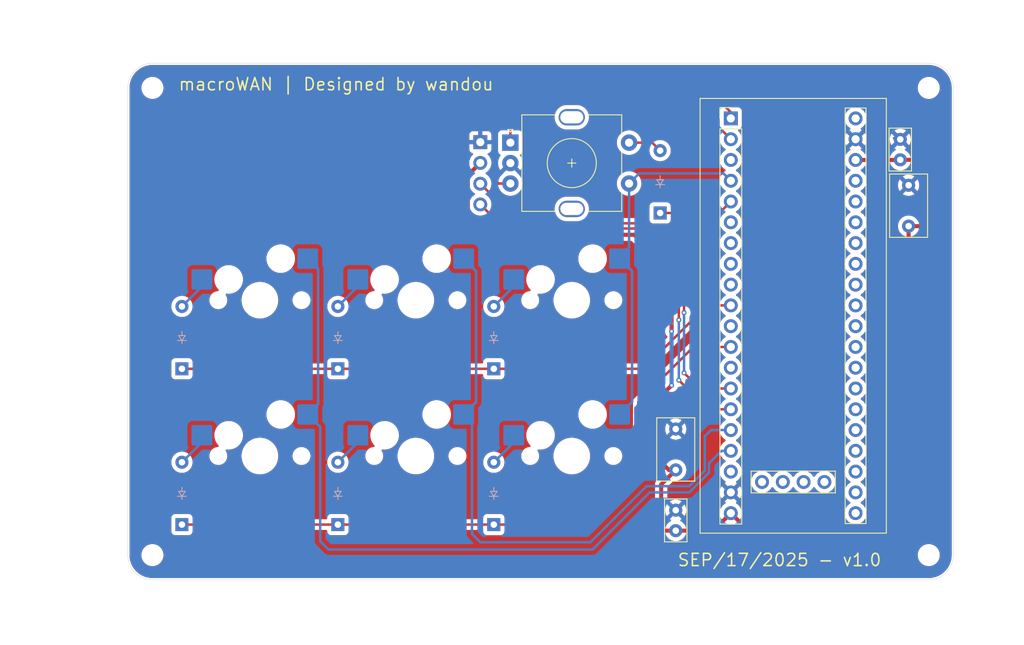
<source format=kicad_pcb>
(kicad_pcb (version 20241229) (generator "pcbnew") (generator_version "9.0")
  (title_block (title "microWAN") (date "2025-08-18") (rev "v1") (comment 1 "microWAN © 2025 by Brendan Leung is licensed under CC BY-NC-SA 4.0") (comment 2 "Author: Brendan Leung"))
  (layers (0 "F.Cu" signal) (2 "B.Cu" signal) (13 "F.Paste" user) (15 "B.Paste" user) (5 "F.SilkS" user "F.Silkscreen") (7 "B.SilkS" user "B.Silkscreen") (1 "F.Mask" user) (3 "B.Mask" user) (25 "Edge.Cuts" user))
  (net 0 "")
  (net 1 "+3.3V")
  (net 2 "GND")
  (net 3 "Net-(D1-A)")
  (net 4 "Row 0")
  (net 5 "Net-(D2-A)")
  (net 6 "Net-(D3-A)")
  (net 7 "Net-(D4-A)")
  (net 8 "Row 1")
  (net 9 "Net-(D5-A)")
  (net 10 "Net-(D6-A)")
  (net 11 "Net-(D7-A)")
  (net 12 "SCL-SCK")
  (net 13 "SDA")
  (net 14 "Col 0")
  (net 15 "Col 1")
  (net 16 "Col 2")
  (net 17 "ENC_B")
  (net 18 "ENC_A")
  (net 40 "Row 2")
  (footprint "MountingHole:MountingHole_2.2mm_M2_ISO7380" (layer "F.Cu") (at 220.266 135.557)
    (property "Reference" "H4" (hide yes))
    (property "Value" "MountingHole_Pad")
    (pad "" np_thru_hole circle (at 0 0) (size 2.2 2.2) (drill 2.2) (layers "*.Cu" "*.Mask"))
  )
  (footprint "Capacitor_THT:C_Disc_D7.5mm_W4.4mm_P5.00mm" (layer "F.Cu") (at 189.357 120.142 -90)
    (property "Reference" "C3" (hide yes))
    (property "Value" "2.2uF")
    (fp_line (start -1.37 2.32) (end 6.37 2.32) (stroke (width 0.12)) (layer "F.SilkS"))
    (fp_line (start -1.37 -2.32) (end -1.37 2.32) (stroke (width 0.12)) (layer "F.SilkS"))
    (fp_line (start -1.37 -2.32) (end 6.37 -2.32) (stroke (width 0.12)) (layer "F.SilkS"))
    (fp_line (start 6.37 -2.32) (end 6.37 2.32) (stroke (width 0.12)) (layer "F.SilkS"))
    (pad "1" thru_hole circle (at 0 0 270) (size 1.6 1.6) (drill 0.8) (layers "*.Cu" "*.Mask") (net 2 "GND"))
    (pad "2" thru_hole circle (at 5 0 270) (size 1.6 1.6) (drill 0.8) (layers "*.Cu" "*.Mask") (net 1 "+3.3V"))
  )
  (footprint "MountingHole:MountingHole_2.2mm_M2_ISO7380" (layer "F.Cu") (at 220.266 78.438)
    (property "Reference" "H2" (hide yes))
    (property "Value" "MountingHole_Pad")
    (pad "" np_thru_hole circle (at 0 0) (size 2.2 2.2) (drill 2.2) (layers "*.Cu" "*.Mask"))
  )
  (footprint "Footprints:YAAJ_WeAct_BlackPill_SWD_2" (layer "F.Cu") (at 196.088 82.169)
    (property "Reference" "U1" (hide yes))
    (property "Value" "YAAJ_WeAct_BlackPill_Part_Like_SWD_Breakout" (hide yes))
    (fp_line (start -3.755 -2.445) (end 18.995 -2.445) (stroke (width 0.12)) (layer "F.SilkS"))
    (fp_line (start -3.755 50.705) (end -3.755 -2.445) (stroke (width 0.12)) (layer "F.SilkS"))
    (fp_line (start -1.33 -1.33) (end 0 -1.33) (stroke (width 0.12)) (layer "F.SilkS"))
    (fp_line (start -1.33 0) (end -1.33 -1.33) (stroke (width 0.12)) (layer "F.SilkS"))
    (fp_line (start -1.33 1.27) (end 1.33 1.27) (stroke (width 0.12)) (layer "F.SilkS"))
    (fp_line (start -1.33 49.59) (end -1.33 1.27) (stroke (width 0.12)) (layer "F.SilkS"))
    (fp_line (start 1.33 1.27) (end 1.33 49.59) (stroke (width 0.12)) (layer "F.SilkS"))
    (fp_line (start 1.33 49.59) (end -1.33 49.59) (stroke (width 0.12)) (layer "F.SilkS"))
    (fp_line (start 2.482 43.119) (end 2.482 45.779) (stroke (width 0.12)) (layer "F.SilkS"))
    (fp_line (start 2.482 45.779) (end 12.762 45.779) (stroke (width 0.12)) (layer "F.SilkS"))
    (fp_line (start 12.762 43.119) (end 2.482 43.119) (stroke (width 0.12)) (layer "F.SilkS"))
    (fp_line (start 12.762 45.779) (end 12.762 43.119) (stroke (width 0.12)) (layer "F.SilkS"))
    (fp_line (start 13.97 -1.27) (end 16.51 -1.27) (stroke (width 0.12)) (layer "F.SilkS"))
    (fp_line (start 13.97 49.53) (end 13.97 -1.27) (stroke (width 0.12)) (layer "F.SilkS"))
    (fp_line (start 16.51 -1.27) (end 16.51 49.53) (stroke (width 0.12)) (layer "F.SilkS"))
    (fp_line (start 16.51 49.53) (end 13.97 49.53) (stroke (width 0.12)) (layer "F.SilkS"))
    (fp_line (start 18.995 -2.445) (end 18.995 50.705) (stroke (width 0.12)) (layer "F.SilkS"))
    (fp_line (start 18.995 50.705) (end -3.755 50.705) (stroke (width 0.12)) (layer "F.SilkS"))
    (pad "1" thru_hole rect (at 0 0) (size 1.7 1.7) (drill 1) (layers "*.Cu" "*.Mask") (net 17 "ENC_B"))
    (pad "2" thru_hole circle (at 0 2.54) (size 1.7 1.7) (drill 1) (layers "*.Cu" "*.Mask") (net 18 "ENC_A"))
    (pad "3" thru_hole circle (at 0 5.08) (size 1.7 1.7) (drill 1) (layers "*.Cu" "*.Mask"))
    (pad "4" thru_hole circle (at 0 7.62) (size 1.7 1.7) (drill 1) (layers "*.Cu" "*.Mask") (net 16 "Col 2"))
    (pad "5" thru_hole circle (at 0 10.16) (size 1.7 1.7) (drill 1) (layers "*.Cu" "*.Mask") (net 4 "Row 0"))
    (pad "6" thru_hole circle (at 0 12.7) (size 1.7 1.7) (drill 1) (layers "*.Cu" "*.Mask"))
    (pad "7" thru_hole circle (at 0 15.24) (size 1.7 1.7) (drill 1) (layers "*.Cu" "*.Mask"))
    (pad "8" thru_hole circle (at 0 17.78) (size 1.7 1.7) (drill 1) (layers "*.Cu" "*.Mask"))
    (pad "9" thru_hole circle (at 0 20.32) (size 1.7 1.7) (drill 1) (layers "*.Cu" "*.Mask"))
    (pad "10" thru_hole circle (at 0 22.86) (size 1.7 1.7) (drill 1) (layers "*.Cu" "*.Mask") (net 8 "Row 1"))
    (pad "11" thru_hole circle (at 0 25.4) (size 1.7 1.7) (drill 1) (layers "*.Cu" "*.Mask"))
    (pad "12" thru_hole circle (at 0 27.94) (size 1.7 1.7) (drill 1) (layers "*.Cu" "*.Mask") (net 40 "Row 2"))
    (pad "13" thru_hole circle (at 0 30.48) (size 1.7 1.7) (drill 1) (layers "*.Cu" "*.Mask"))
    (pad "14" thru_hole circle (at 0 33.02) (size 1.7 1.7) (drill 1) (layers "*.Cu" "*.Mask") (net 12 "SCL-SCK"))
    (pad "15" thru_hole circle (at 0 35.56) (size 1.7 1.7) (drill 1) (layers "*.Cu" "*.Mask") (net 13 "SDA"))
    (pad "16" thru_hole circle (at 0 38.1) (size 1.7 1.7) (drill 1) (layers "*.Cu" "*.Mask") (net 15 "Col 1"))
    (pad "17" thru_hole circle (at 0 40.64) (size 1.7 1.7) (drill 1) (layers "*.Cu" "*.Mask") (net 14 "Col 0"))
    (pad "18" thru_hole circle (at 0 43.18) (size 1.7 1.7) (drill 1) (layers "*.Cu" "*.Mask"))
    (pad "19" thru_hole circle (at 0 45.72) (size 1.7 1.7) (drill 1) (layers "*.Cu" "*.Mask") (net 2 "GND"))
    (pad "20" thru_hole circle (at 0 48.26) (size 1.7 1.7) (drill 1) (layers "*.Cu" "*.Mask") (net 1 "+3.3V"))
    (pad "21" thru_hole circle (at 15.24 48.26) (size 1.7 1.7) (drill 1) (layers "*.Cu" "*.Mask"))
    (pad "22" thru_hole circle (at 15.24 45.72) (size 1.7 1.7) (drill 1) (layers "*.Cu" "*.Mask"))
    (pad "23" thru_hole circle (at 15.24 43.18) (size 1.7 1.7) (drill 1) (layers "*.Cu" "*.Mask"))
    (pad "24" thru_hole circle (at 15.24 40.64) (size 1.7 1.7) (drill 1) (layers "*.Cu" "*.Mask"))
    (pad "25" thru_hole circle (at 15.24 38.1) (size 1.7 1.7) (drill 1) (layers "*.Cu" "*.Mask"))
    (pad "26" thru_hole circle (at 15.24 35.56) (size 1.7 1.7) (drill 1) (layers "*.Cu" "*.Mask"))
    (pad "27" thru_hole circle (at 15.24 33.02) (size 1.7 1.7) (drill 1) (layers "*.Cu" "*.Mask"))
    (pad "28" thru_hole circle (at 15.24 30.48) (size 1.7 1.7) (drill 1) (layers "*.Cu" "*.Mask"))
    (pad "29" thru_hole circle (at 15.24 27.94) (size 1.7 1.7) (drill 1) (layers "*.Cu" "*.Mask"))
    (pad "30" thru_hole circle (at 15.24 25.4) (size 1.7 1.7) (drill 1) (layers "*.Cu" "*.Mask"))
    (pad "31" thru_hole circle (at 15.24 22.86) (size 1.7 1.7) (drill 1) (layers "*.Cu" "*.Mask"))
    (pad "32" thru_hole circle (at 15.24 20.32) (size 1.7 1.7) (drill 1) (layers "*.Cu" "*.Mask"))
    (pad "33" thru_hole circle (at 15.24 17.78) (size 1.7 1.7) (drill 1) (layers "*.Cu" "*.Mask"))
    (pad "34" thru_hole circle (at 15.24 15.24) (size 1.7 1.7) (drill 1) (layers "*.Cu" "*.Mask"))
    (pad "35" thru_hole circle (at 15.24 12.7) (size 1.7 1.7) (drill 1) (layers "*.Cu" "*.Mask"))
    (pad "36" thru_hole circle (at 15.24 10.16) (size 1.7 1.7) (drill 1) (layers "*.Cu" "*.Mask"))
    (pad "37" thru_hole circle (at 15.24 7.62) (size 1.7 1.7) (drill 1) (layers "*.Cu" "*.Mask"))
    (pad "38" thru_hole circle (at 15.24 5.08) (size 1.7 1.7) (drill 1) (layers "*.Cu" "*.Mask") (net 1 "+3.3V"))
    (pad "39" thru_hole circle (at 15.24 2.54) (size 1.7 1.7) (drill 1) (layers "*.Cu" "*.Mask") (net 2 "GND"))
    (pad "40" thru_hole circle (at 15.24 0) (size 1.7 1.7) (drill 1) (layers "*.Cu" "*.Mask"))
    (pad "41" thru_hole circle (at 11.432 44.449) (size 1.7 1.7) (drill 1) (layers "*.Cu" "*.Mask"))
    (pad "42" thru_hole circle (at 8.892 44.449) (size 1.7 1.7) (drill 1) (layers "*.Cu" "*.Mask"))
    (pad "43" thru_hole circle (at 6.352 44.449) (size 1.7 1.7) (drill 1) (layers "*.Cu" "*.Mask"))
    (pad "44" thru_hole circle (at 3.812 44.449) (size 1.7 1.7) (drill 1) (layers "*.Cu" "*.Mask"))
  )
  (footprint "Keebio-Parts:RotaryEncoder_EC11" (layer "F.Cu") (at 176.657 87.63)
    (property "Reference" "SW7")
    (property "Value" "RotaryEncoder_Switch")
    (fp_line (start -7.8 -4.1) (end -7.2 -4.1) (stroke (width 0.12)) (layer "F.SilkS"))
    (fp_line (start -7.5 -3.8) (end -7.8 -4.1) (stroke (width 0.12)) (layer "F.SilkS"))
    (fp_line (start -7.2 -4.1) (end -7.5 -3.8) (stroke (width 0.12)) (layer "F.SilkS"))
    (fp_line (start -6.1 -5.9) (end -6.1 5.9) (stroke (width 0.12)) (layer "F.SilkS"))
    (fp_line (start -2 -5.9) (end -6.1 -5.9) (stroke (width 0.12)) (layer "F.SilkS"))
    (fp_line (start -2 5.9) (end -6.1 5.9) (stroke (width 0.12)) (layer "F.SilkS"))
    (fp_line (start -0.5 0) (end 0.5 0) (stroke (width 0.12)) (layer "F.SilkS"))
    (fp_line (start 0 -0.5) (end 0 0.5) (stroke (width 0.12)) (layer "F.SilkS"))
    (fp_line (start 2 -5.9) (end 6.1 -5.9) (stroke (width 0.12)) (layer "F.SilkS"))
    (fp_line (start 6.1 -5.9) (end 6.1 -3.5) (stroke (width 0.12)) (layer "F.SilkS"))
    (fp_line (start 6.1 -1.3) (end 6.1 1.3) (stroke (width 0.12)) (layer "F.SilkS"))
    (fp_line (start 6.1 3.5) (end 6.1 5.9) (stroke (width 0.12)) (layer "F.SilkS"))
    (fp_line (start 6.1 5.9) (end 2 5.9) (stroke (width 0.12)) (layer "F.SilkS"))
    (fp_circle (center 0 0) (end 3 0) (stroke (width 0.12)) (fill no) (layer "F.SilkS"))
    (pad "" np_thru_hole oval (at 0 -5.6) (size 3.2 2) (drill oval 2.8 1.5) (layers "*.Cu" "*.Mask"))
    (pad "" np_thru_hole oval (at 0 5.6) (size 3.2 2) (drill oval 2.8 1.5) (layers "*.Cu" "*.Mask"))
    (pad "A" thru_hole rect (at -7.5 -2.5) (size 2 2) (drill 1) (layers "*.Cu" "*.Mask") (net 18 "ENC_A"))
    (pad "B" thru_hole circle (at -7.5 2.5) (size 2 2) (drill 1) (layers "*.Cu" "*.Mask") (net 17 "ENC_B"))
    (pad "C" thru_hole circle (at -7.5 0) (size 2 2) (drill 1) (layers "*.Cu" "*.Mask") (net 2 "GND"))
    (pad "S1" thru_hole circle (at 7 2.5) (size 2 2) (drill 1) (layers "*.Cu" "*.Mask") (net 16 "Col 2"))
    (pad "S2" thru_hole circle (at 7 -2.5) (size 2 2) (drill 1) (layers "*.Cu" "*.Mask") (net 11 "Net-(D7-A)"))
  )
  (footprint "Capacitor_THT:C_Disc_D7.5mm_W4.4mm_P5.00mm" (layer "F.Cu") (at 217.805 90.337 -90)
    (property "Reference" "C4" (hide yes))
    (property "Value" "2.2uF")
    (fp_line (start -1.37 2.32) (end 6.37 2.32) (stroke (width 0.12)) (layer "F.SilkS"))
    (fp_line (start -1.37 -2.32) (end -1.37 2.32) (stroke (width 0.12)) (layer "F.SilkS"))
    (fp_line (start -1.37 -2.32) (end 6.37 -2.32) (stroke (width 0.12)) (layer "F.SilkS"))
    (fp_line (start 6.37 -2.32) (end 6.37 2.32) (stroke (width 0.12)) (layer "F.SilkS"))
    (pad "1" thru_hole circle (at 0 0 270) (size 1.6 1.6) (drill 0.8) (layers "*.Cu" "*.Mask") (net 2 "GND"))
    (pad "2" thru_hole circle (at 5 0 270) (size 1.6 1.6) (drill 0.8) (layers "*.Cu" "*.Mask") (net 1 "+3.3V"))
  )
  (footprint "Capacitor_THT:C_Disc_D5.0mm_W2.5mm_P2.50mm" (layer "F.Cu") (at 216.789 84.729 -90)
    (property "Reference" "C1" (hide yes))
    (property "Value" "0.1uF")
    (fp_line (start -1.37 1.37) (end 3.87 1.37) (stroke (width 0.12)) (layer "F.SilkS"))
    (fp_line (start -1.37 -1.37) (end -1.37 1.37) (stroke (width 0.12)) (layer "F.SilkS"))
    (fp_line (start -1.37 -1.37) (end 3.87 -1.37) (stroke (width 0.12)) (layer "F.SilkS"))
    (fp_line (start 3.87 -1.37) (end 3.87 1.37) (stroke (width 0.12)) (layer "F.SilkS"))
    (pad "1" thru_hole circle (at 0 0 270) (size 1.6 1.6) (drill 0.8) (layers "*.Cu" "*.Mask") (net 2 "GND"))
    (pad "2" thru_hole circle (at 2.5 0 270) (size 1.6 1.6) (drill 0.8) (layers "*.Cu" "*.Mask") (net 1 "+3.3V"))
  )
  (footprint "MountingHole:MountingHole_2.2mm_M2_ISO7380" (layer "F.Cu") (at 125.428 78.438)
    (property "Reference" "H1" (hide yes))
    (property "Value" "MountingHole_Pad")
    (pad "" np_thru_hole circle (at 0 0) (size 2.2 2.2) (drill 2.2) (layers "*.Cu" "*.Mask"))
  )
  (footprint "ScottoKeebs_Components:OLED_128x32" (layer "F.Cu") (at 167.081 94.869 180)
    (property "Reference" "J1" (hide yes))
    (property "Value" "OLED_128x32")
    (pad "1" thru_hole rect (at 1.6 9.8) (size 1.7 1.7) (drill 1) (layers "*.Cu" "*.Mask") (net 2 "GND"))
    (pad "2" thru_hole oval (at 1.6 7.26) (size 1.7 1.7) (drill 1) (layers "*.Cu" "*.Mask") (net 1 "+3.3V"))
    (pad "3" thru_hole oval (at 1.6 4.72) (size 1.7 1.7) (drill 1) (layers "*.Cu" "*.Mask") (net 12 "SCL-SCK"))
    (pad "4" thru_hole oval (at 1.6 2.18) (size 1.7 1.7) (drill 1) (layers "*.Cu" "*.Mask") (net 13 "SDA"))
  )
  (footprint "Capacitor_THT:C_Disc_D5.0mm_W2.5mm_P2.50mm" (layer "F.Cu") (at 189.357 130.068 -90)
    (property "Reference" "C2" (hide yes))
    (property "Value" "0.1uF")
    (fp_line (start -1.37 1.37) (end 3.87 1.37) (stroke (width 0.12)) (layer "F.SilkS"))
    (fp_line (start -1.37 -1.37) (end -1.37 1.37) (stroke (width 0.12)) (layer "F.SilkS"))
    (fp_line (start -1.37 -1.37) (end 3.87 -1.37) (stroke (width 0.12)) (layer "F.SilkS"))
    (fp_line (start 3.87 -1.37) (end 3.87 1.37) (stroke (width 0.12)) (layer "F.SilkS"))
    (pad "1" thru_hole circle (at 0 0 270) (size 1.6 1.6) (drill 0.8) (layers "*.Cu" "*.Mask") (net 2 "GND"))
    (pad "2" thru_hole circle (at 2.5 0 270) (size 1.6 1.6) (drill 0.8) (layers "*.Cu" "*.Mask") (net 1 "+3.3V"))
  )
  (footprint "MountingHole:MountingHole_2.2mm_M2_ISO7380" (layer "F.Cu") (at 125.428 135.557)
    (property "Reference" "H3" (hide yes))
    (property "Value" "MountingHole_Pad")
    (pad "" np_thru_hole circle (at 0 0) (size 2.2 2.2) (drill 2.2) (layers "*.Cu" "*.Mask"))
  )
  (footprint "MX_Hotswap:MX-Hotswap-1U" (layer "B.Cu") (at 157.607 123.444 180)
    (property "Reference" "SW5")
    (property "Value" "Switch")
    (pad "" np_thru_hole circle (at -5.08 0 228.099) (size 1.7018 1.7018) (drill 1.7018) (layers "*.Cu" "*.Mask"))
    (pad "" np_thru_hole circle (at -2.54 5.08 180) (size 3 3) (drill 3) (layers "*.Cu" "*.Mask"))
    (pad "" np_thru_hole circle (at 0 0 180) (size 3.9878 3.9878) (drill 3.9878) (layers "*.Cu" "*.Mask"))
    (pad "" np_thru_hole circle (at 3.81 2.54 180) (size 3 3) (drill 3) (layers "*.Cu" "*.Mask"))
    (pad "" np_thru_hole circle (at 5.08 0 228.099) (size 1.7018 1.7018) (drill 1.7018) (layers "*.Cu" "*.Mask"))
    (pad "1" smd roundrect (at 7.085 2.54 180) (size 2.55 2.5) (layers "B.Cu" "B.Mask" "B.Paste") (roundrect_rratio 0.08) (net 9 "Net-(D5-A)"))
    (pad "2" smd roundrect (at -5.842 5.08 180) (size 2.55 2.5) (layers "B.Cu" "B.Mask" "B.Paste") (roundrect_rratio 0.08) (net 15 "Col 1"))
  )
  (footprint "MX_Hotswap:MX-Hotswap-1U" (layer "B.Cu") (at 176.657 123.444 180)
    (property "Reference" "SW6")
    (property "Value" "Switch")
    (pad "" np_thru_hole circle (at -5.08 0 228.099) (size 1.7018 1.7018) (drill 1.7018) (layers "*.Cu" "*.Mask"))
    (pad "" np_thru_hole circle (at -2.54 5.08 180) (size 3 3) (drill 3) (layers "*.Cu" "*.Mask"))
    (pad "" np_thru_hole circle (at 0 0 180) (size 3.9878 3.9878) (drill 3.9878) (layers "*.Cu" "*.Mask"))
    (pad "" np_thru_hole circle (at 3.81 2.54 180) (size 3 3) (drill 3) (layers "*.Cu" "*.Mask"))
    (pad "" np_thru_hole circle (at 5.08 0 228.099) (size 1.7018 1.7018) (drill 1.7018) (layers "*.Cu" "*.Mask"))
    (pad "1" smd roundrect (at 7.085 2.54 180) (size 2.55 2.5) (layers "B.Cu" "B.Mask" "B.Paste") (roundrect_rratio 0.08) (net 10 "Net-(D6-A)"))
    (pad "2" smd roundrect (at -5.842 5.08 180) (size 2.55 2.5) (layers "B.Cu" "B.Mask" "B.Paste") (roundrect_rratio 0.08) (net 16 "Col 2"))
  )
  (footprint "ScottoKeebs_Components:Diode_DO-35" (layer "B.Cu") (at 167.132 112.776 90)
    (property "Reference" "D3" (hide yes))
    (property "Value" "Diode" (hide yes))
    (fp_line (start 4.06 -0.4) (end 3.46 0) (stroke (width 0.1)) (layer "B.SilkS"))
    (fp_line (start 4.06 0) (end 4.56 0) (stroke (width 0.1)) (layer "B.SilkS"))
    (fp_line (start 3.46 0) (end 4.06 0.4) (stroke (width 0.1)) (layer "B.SilkS"))
    (fp_line (start 3.06 0) (end 3.46 0) (stroke (width 0.1)) (layer "B.SilkS"))
    (fp_line (start 4.06 0.4) (end 4.06 -0.4) (stroke (width 0.1)) (layer "B.SilkS"))
    (fp_line (start 3.46 0.55) (end 3.46 -0.55) (stroke (width 0.1)) (layer "B.SilkS"))
    (pad "1" thru_hole rect (at 0 0 90) (size 1.6 1.6) (drill 0.8) (layers "*.Cu" "*.Mask") (net 8 "Row 1"))
    (pad "2" thru_hole oval (at 7.62 0 90) (size 1.6 1.6) (drill 0.8) (layers "*.Cu" "*.Mask") (net 6 "Net-(D3-A)"))
  )
  (footprint "MX_Hotswap:MX-Hotswap-1U" (layer "B.Cu") (at 138.557 104.394 180)
    (property "Reference" "SW1")
    (property "Value" "Switch")
    (pad "" np_thru_hole circle (at -5.08 0 228.099) (size 1.7018 1.7018) (drill 1.7018) (layers "*.Cu" "*.Mask"))
    (pad "" np_thru_hole circle (at -2.54 5.08 180) (size 3 3) (drill 3) (layers "*.Cu" "*.Mask"))
    (pad "" np_thru_hole circle (at 0 0 180) (size 3.9878 3.9878) (drill 3.9878) (layers "*.Cu" "*.Mask"))
    (pad "" np_thru_hole circle (at 3.81 2.54 180) (size 3 3) (drill 3) (layers "*.Cu" "*.Mask"))
    (pad "" np_thru_hole circle (at 5.08 0 228.099) (size 1.7018 1.7018) (drill 1.7018) (layers "*.Cu" "*.Mask"))
    (pad "1" smd roundrect (at 7.085 2.54 180) (size 2.55 2.5) (layers "B.Cu" "B.Mask" "B.Paste") (roundrect_rratio 0.08) (net 3 "Net-(D1-A)"))
    (pad "2" smd roundrect (at -5.842 5.08 180) (size 2.55 2.5) (layers "B.Cu" "B.Mask" "B.Paste") (roundrect_rratio 0.08) (net 14 "Col 0"))
  )
  (footprint "ScottoKeebs_Components:Diode_DO-35" (layer "B.Cu") (at 129.032 131.826 90)
    (property "Reference" "D4" (hide yes))
    (property "Value" "Diode" (hide yes))
    (fp_line (start 4.06 -0.4) (end 3.46 0) (stroke (width 0.1)) (layer "B.SilkS"))
    (fp_line (start 4.06 0) (end 4.56 0) (stroke (width 0.1)) (layer "B.SilkS"))
    (fp_line (start 3.46 0) (end 4.06 0.4) (stroke (width 0.1)) (layer "B.SilkS"))
    (fp_line (start 3.06 0) (end 3.46 0) (stroke (width 0.1)) (layer "B.SilkS"))
    (fp_line (start 4.06 0.4) (end 4.06 -0.4) (stroke (width 0.1)) (layer "B.SilkS"))
    (fp_line (start 3.46 0.55) (end 3.46 -0.55) (stroke (width 0.1)) (layer "B.SilkS"))
    (pad "1" thru_hole rect (at 0 0 90) (size 1.6 1.6) (drill 0.8) (layers "*.Cu" "*.Mask") (net 40 "Row 2"))
    (pad "2" thru_hole oval (at 7.62 0 90) (size 1.6 1.6) (drill 0.8) (layers "*.Cu" "*.Mask") (net 7 "Net-(D4-A)"))
  )
  (footprint "ScottoKeebs_Components:Diode_DO-35" (layer "B.Cu") (at 129.032 112.776 90)
    (property "Reference" "D1" (hide yes))
    (property "Value" "Diode" (hide yes))
    (fp_line (start 4.06 -0.4) (end 3.46 0) (stroke (width 0.1)) (layer "B.SilkS"))
    (fp_line (start 4.06 0) (end 4.56 0) (stroke (width 0.1)) (layer "B.SilkS"))
    (fp_line (start 3.46 0) (end 4.06 0.4) (stroke (width 0.1)) (layer "B.SilkS"))
    (fp_line (start 3.06 0) (end 3.46 0) (stroke (width 0.1)) (layer "B.SilkS"))
    (fp_line (start 4.06 0.4) (end 4.06 -0.4) (stroke (width 0.1)) (layer "B.SilkS"))
    (fp_line (start 3.46 0.55) (end 3.46 -0.55) (stroke (width 0.1)) (layer "B.SilkS"))
    (pad "1" thru_hole rect (at 0 0 90) (size 1.6 1.6) (drill 0.8) (layers "*.Cu" "*.Mask") (net 8 "Row 1"))
    (pad "2" thru_hole oval (at 7.62 0 90) (size 1.6 1.6) (drill 0.8) (layers "*.Cu" "*.Mask") (net 3 "Net-(D1-A)"))
  )
  (footprint "ScottoKeebs_Components:Diode_DO-35" (layer "B.Cu") (at 148.082 131.826 90)
    (property "Reference" "D5" (hide yes))
    (property "Value" "Diode" (hide yes))
    (fp_line (start 4.06 -0.4) (end 3.46 0) (stroke (width 0.1)) (layer "B.SilkS"))
    (fp_line (start 4.06 0) (end 4.56 0) (stroke (width 0.1)) (layer "B.SilkS"))
    (fp_line (start 3.46 0) (end 4.06 0.4) (stroke (width 0.1)) (layer "B.SilkS"))
    (fp_line (start 3.06 0) (end 3.46 0) (stroke (width 0.1)) (layer "B.SilkS"))
    (fp_line (start 4.06 0.4) (end 4.06 -0.4) (stroke (width 0.1)) (layer "B.SilkS"))
    (fp_line (start 3.46 0.55) (end 3.46 -0.55) (stroke (width 0.1)) (layer "B.SilkS"))
    (pad "1" thru_hole rect (at 0 0 90) (size 1.6 1.6) (drill 0.8) (layers "*.Cu" "*.Mask") (net 40 "Row 2"))
    (pad "2" thru_hole oval (at 7.62 0 90) (size 1.6 1.6) (drill 0.8) (layers "*.Cu" "*.Mask") (net 9 "Net-(D5-A)"))
  )
  (footprint "MX_Hotswap:MX-Hotswap-1U" (layer "B.Cu") (at 138.557 123.444 180)
    (property "Reference" "SW4")
    (property "Value" "Switch")
    (pad "" np_thru_hole circle (at -5.08 0 228.099) (size 1.7018 1.7018) (drill 1.7018) (layers "*.Cu" "*.Mask"))
    (pad "" np_thru_hole circle (at -2.54 5.08 180) (size 3 3) (drill 3) (layers "*.Cu" "*.Mask"))
    (pad "" np_thru_hole circle (at 0 0 180) (size 3.9878 3.9878) (drill 3.9878) (layers "*.Cu" "*.Mask"))
    (pad "" np_thru_hole circle (at 3.81 2.54 180) (size 3 3) (drill 3) (layers "*.Cu" "*.Mask"))
    (pad "" np_thru_hole circle (at 5.08 0 228.099) (size 1.7018 1.7018) (drill 1.7018) (layers "*.Cu" "*.Mask"))
    (pad "1" smd roundrect (at 7.085 2.54 180) (size 2.55 2.5) (layers "B.Cu" "B.Mask" "B.Paste") (roundrect_rratio 0.08) (net 7 "Net-(D4-A)"))
    (pad "2" smd roundrect (at -5.842 5.08 180) (size 2.55 2.5) (layers "B.Cu" "B.Mask" "B.Paste") (roundrect_rratio 0.08) (net 14 "Col 0"))
  )
  (footprint "ScottoKeebs_Components:Diode_DO-35" (layer "B.Cu") (at 148.082 112.776 90)
    (property "Reference" "D2" (hide yes))
    (property "Value" "Diode" (hide yes))
    (fp_line (start 4.06 -0.4) (end 3.46 0) (stroke (width 0.1)) (layer "B.SilkS"))
    (fp_line (start 4.06 0) (end 4.56 0) (stroke (width 0.1)) (layer "B.SilkS"))
    (fp_line (start 3.46 0) (end 4.06 0.4) (stroke (width 0.1)) (layer "B.SilkS"))
    (fp_line (start 3.06 0) (end 3.46 0) (stroke (width 0.1)) (layer "B.SilkS"))
    (fp_line (start 4.06 0.4) (end 4.06 -0.4) (stroke (width 0.1)) (layer "B.SilkS"))
    (fp_line (start 3.46 0.55) (end 3.46 -0.55) (stroke (width 0.1)) (layer "B.SilkS"))
    (pad "1" thru_hole rect (at 0 0 90) (size 1.6 1.6) (drill 0.8) (layers "*.Cu" "*.Mask") (net 8 "Row 1"))
    (pad "2" thru_hole oval (at 7.62 0 90) (size 1.6 1.6) (drill 0.8) (layers "*.Cu" "*.Mask") (net 5 "Net-(D2-A)"))
  )
  (footprint "ScottoKeebs_Components:Diode_DO-35" (layer "B.Cu") (at 167.132 131.826 90)
    (property "Reference" "D6" (hide yes))
    (property "Value" "Diode" (hide yes))
    (fp_line (start 4.06 -0.4) (end 3.46 0) (stroke (width 0.1)) (layer "B.SilkS"))
    (fp_line (start 4.06 0) (end 4.56 0) (stroke (width 0.1)) (layer "B.SilkS"))
    (fp_line (start 3.46 0) (end 4.06 0.4) (stroke (width 0.1)) (layer "B.SilkS"))
    (fp_line (start 3.06 0) (end 3.46 0) (stroke (width 0.1)) (layer "B.SilkS"))
    (fp_line (start 4.06 0.4) (end 4.06 -0.4) (stroke (width 0.1)) (layer "B.SilkS"))
    (fp_line (start 3.46 0.55) (end 3.46 -0.55) (stroke (width 0.1)) (layer "B.SilkS"))
    (pad "1" thru_hole rect (at 0 0 90) (size 1.6 1.6) (drill 0.8) (layers "*.Cu" "*.Mask") (net 40 "Row 2"))
    (pad "2" thru_hole oval (at 7.62 0 90) (size 1.6 1.6) (drill 0.8) (layers "*.Cu" "*.Mask") (net 10 "Net-(D6-A)"))
  )
  (footprint "ScottoKeebs_Components:Diode_DO-35" (layer "B.Cu") (at 187.452 93.726 90)
    (property "Reference" "D7" (hide yes))
    (property "Value" "Diode" (hide yes))
    (fp_line (start 4.06 -0.4) (end 3.46 0) (stroke (width 0.1)) (layer "B.SilkS"))
    (fp_line (start 4.06 0) (end 4.56 0) (stroke (width 0.1)) (layer "B.SilkS"))
    (fp_line (start 3.46 0) (end 4.06 0.4) (stroke (width 0.1)) (layer "B.SilkS"))
    (fp_line (start 3.06 0) (end 3.46 0) (stroke (width 0.1)) (layer "B.SilkS"))
    (fp_line (start 4.06 0.4) (end 4.06 -0.4) (stroke (width 0.1)) (layer "B.SilkS"))
    (fp_line (start 3.46 0.55) (end 3.46 -0.55) (stroke (width 0.1)) (layer "B.SilkS"))
    (pad "1" thru_hole rect (at 0 0 90) (size 1.6 1.6) (drill 0.8) (layers "*.Cu" "*.Mask") (net 4 "Row 0"))
    (pad "2" thru_hole oval (at 7.62 0 90) (size 1.6 1.6) (drill 0.8) (layers "*.Cu" "*.Mask") (net 11 "Net-(D7-A)"))
  )
  (footprint "MX_Hotswap:MX-Hotswap-1U" (layer "B.Cu") (at 176.657 104.394 180)
    (property "Reference" "SW3")
    (property "Value" "Switch")
    (pad "" np_thru_hole circle (at -5.08 0 228.099) (size 1.7018 1.7018) (drill 1.7018) (layers "*.Cu" "*.Mask"))
    (pad "" np_thru_hole circle (at -2.54 5.08 180) (size 3 3) (drill 3) (layers "*.Cu" "*.Mask"))
    (pad "" np_thru_hole circle (at 0 0 180) (size 3.9878 3.9878) (drill 3.9878) (layers "*.Cu" "*.Mask"))
    (pad "" np_thru_hole circle (at 3.81 2.54 180) (size 3 3) (drill 3) (layers "*.Cu" "*.Mask"))
    (pad "" np_thru_hole circle (at 5.08 0 228.099) (size 1.7018 1.7018) (drill 1.7018) (layers "*.Cu" "*.Mask"))
    (pad "1" smd roundrect (at 7.085 2.54 180) (size 2.55 2.5) (layers "B.Cu" "B.Mask" "B.Paste") (roundrect_rratio 0.08) (net 6 "Net-(D3-A)"))
    (pad "2" smd roundrect (at -5.842 5.08 180) (size 2.55 2.5) (layers "B.Cu" "B.Mask" "B.Paste") (roundrect_rratio 0.08) (net 16 "Col 2"))
  )
  (footprint "MX_Hotswap:MX-Hotswap-1U" (layer "B.Cu") (at 157.607 104.394 180)
    (property "Reference" "SW2")
    (property "Value" "Switch")
    (pad "" np_thru_hole circle (at -5.08 0 228.099) (size 1.7018 1.7018) (drill 1.7018) (layers "*.Cu" "*.Mask"))
    (pad "" np_thru_hole circle (at -2.54 5.08 180) (size 3 3) (drill 3) (layers "*.Cu" "*.Mask"))
    (pad "" np_thru_hole circle (at 0 0 180) (size 3.9878 3.9878) (drill 3.9878) (layers "*.Cu" "*.Mask"))
    (pad "" np_thru_hole circle (at 3.81 2.54 180) (size 3 3) (drill 3) (layers "*.Cu" "*.Mask"))
    (pad "" np_thru_hole circle (at 5.08 0 228.099) (size 1.7018 1.7018) (drill 1.7018) (layers "*.Cu" "*.Mask"))
    (pad "1" smd roundrect (at 7.085 2.54 180) (size 2.55 2.5) (layers "B.Cu" "B.Mask" "B.Paste") (roundrect_rratio 0.08) (net 5 "Net-(D2-A)"))
    (pad "2" smd roundrect (at -5.842 5.08 180) (size 2.55 2.5) (layers "B.Cu" "B.Mask" "B.Paste") (roundrect_rratio 0.08) (net 15 "Col 1"))
  )
  (gr_arc (start 223.266 135.557) (mid 222.38732 137.67832) (end 220.266 138.557) (stroke (width 0.05)) (layer "Edge.Cuts"))
  (gr_arc (start 125.428 138.557) (mid 123.30668 137.67832) (end 122.428 135.557) (stroke (width 0.05)) (layer "Edge.Cuts"))
  (gr_arc (start 122.428 78.438) (mid 123.30668 76.31668) (end 125.428 75.438) (stroke (width 0.05)) (layer "Edge.Cuts"))
  (gr_line (start 122.428 135.557) (end 122.428 78.438) (stroke (width 0.05)) (layer "Edge.Cuts"))
  (gr_arc (start 220.266 75.438) (mid 222.38732 76.31668) (end 223.266 78.438) (stroke (width 0.05)) (layer "Edge.Cuts"))
  (gr_line (start 125.428 75.438) (end 220.266 75.438) (stroke (width 0.05)) (layer "Edge.Cuts"))
  (gr_line (start 223.266 78.438) (end 223.266 135.557) (stroke (width 0.05)) (layer "Edge.Cuts"))
  (gr_line (start 220.266 138.557) (end 125.428 138.557) (stroke (width 0.05)) (layer "Edge.Cuts"))
  (gr_text "macroWAN | Designed by wandou" (at 128.524 78.867 0) (layer "F.SilkS") (effects (font (size 1.5 1.5) (thickness 0.1875)) (justify left bottom)))
  (gr_text "SEP/17/2025 - v1.0\n\n" (at 189.484 139.446 0) (layer "F.SilkS") (effects (font (size 1.5 1.5) (thickness 0.1875)) (justify left bottom)))
  (segment (start 216.769 87.249) (end 216.789 87.229) (width 0.3) (layer "F.Cu") (net 1))
  (segment (start 220.004 95.337) (end 217.805 95.337) (width 0.5) (layer "F.Cu") (net 1))
  (segment (start 189.357 125.142) (end 187.579 126.92) (width 0.5) (layer "F.Cu") (net 1))
  (segment (start 184.277 96.393) (end 188.849 100.965) (width 0.5) (layer "F.Cu") (net 1))
  (segment (start 187.579 126.92) (end 187.579 132.207) (width 0.5) (layer "F.Cu") (net 1))
  (segment (start 216.789 87.229) (end 219.055 87.229) (width 0.5) (layer "F.Cu") (net 1))
  (segment (start 188.849 107.696) (end 188.849 108.204) (width 0.5) (layer "F.Cu") (net 1))
  (segment (start 188.849 114.808) (end 186.563 117.094) (width 0.5) (layer "F.Cu") (net 1))
  (segment (start 221.107 89.281) (end 221.107 94.234) (width 0.5) (layer "F.Cu") (net 1))
  (segment (start 219.055 87.229) (end 221.107 89.281) (width 0.5) (layer "F.Cu") (net 1))
  (segment (start 196.088 130.429) (end 199.136 133.477) (width 0.5) (layer "F.Cu") (net 1))
  (segment (start 217.805 130.683) (end 217.805 95.337) (width 0.5) (layer "F.Cu") (net 1))
  (segment (start 189.357 132.568) (end 193.949 132.568) (width 0.5) (layer "F.Cu") (net 1))
  (segment (start 199.136 133.477) (end 215.011 133.477) (width 0.5) (layer "F.Cu") (net 1))
  (segment (start 188.515 125.142) (end 189.357 125.142) (width 0.5) (layer "F.Cu") (net 1))
  (segment (start 187.94 132.568) (end 189.357 132.568) (width 0.5) (layer "F.Cu") (net 1))
  (segment (start 186.563 117.094) (end 186.563 123.19) (width 0.5) (layer "F.Cu") (net 1))
  (segment (start 215.011 133.477) (end 217.805 130.683) (width 0.5) (layer "F.Cu") (net 1))
  (segment (start 163.957 89.133) (end 163.957 94.234) (width 0.5) (layer "F.Cu") (net 1))
  (segment (start 187.579 132.207) (end 187.94 132.568) (width 0.5) (layer "F.Cu") (net 1))
  (segment (start 193.949 132.568) (end 196.088 130.429) (width 0.5) (layer "F.Cu") (net 1))
  (segment (start 211.328 87.249) (end 216.769 87.249) (width 0.5) (layer "F.Cu") (net 1))
  (segment (start 163.957 94.234) (end 166.116 96.393) (width 0.5) (layer "F.Cu") (net 1))
  (segment (start 186.563 123.19) (end 188.515 125.142) (width 0.5) (layer "F.Cu") (net 1))
  (segment (start 221.107 94.234) (end 220.004 95.337) (width 0.5) (layer "F.Cu") (net 1))
  (segment (start 188.849 100.965) (end 188.849 107.696) (width 0.5) (layer "F.Cu") (net 1))
  (segment (start 166.116 96.393) (end 184.277 96.393) (width 0.5) (layer "F.Cu") (net 1))
  (segment (start 216.007 87.122) (end 216.027 87.102) (width 0.16) (layer "F.Cu") (net 1))
  (segment (start 165.481 87.609) (end 163.957 89.133) (width 0.5) (layer "F.Cu") (net 1))
  (via (at 188.849 108.204) (size 0.6) (drill 0.3) (layers "F.Cu" "B.Cu") (net 1))
  (via (at 188.849 114.808) (size 0.6) (drill 0.3) (layers "F.Cu" "B.Cu") (net 1))
  (segment (start 188.849 108.204) (end 188.849 114.808) (width 0.5) (layer "B.Cu") (net 1))
  (segment (start 216.007 84.582) (end 216.027 84.602) (width 0.3) (layer "B.Cu") (net 2))
  (segment (start 131.472 101.854) (end 131.472 102.716) (width 0.3) (layer "B.Cu") (net 3))
  (segment (start 131.472 102.716) (end 129.032 105.156) (width 0.3) (layer "B.Cu") (net 3))
  (segment (start 187.452 93.726) (end 194.691 93.726) (width 0.3) (layer "F.Cu") (net 4))
  (segment (start 194.691 93.726) (end 196.088 92.329) (width 0.3) (layer "F.Cu") (net 4))
  (segment (start 150.522 102.716) (end 148.082 105.156) (width 0.3) (layer "B.Cu") (net 5))
  (segment (start 150.522 101.854) (end 150.522 102.716) (width 0.3) (layer "B.Cu") (net 5))
  (segment (start 169.572 102.716) (end 167.132 105.156) (width 0.3) (layer "B.Cu") (net 6))
  (segment (start 169.572 101.854) (end 169.572 102.716) (width 0.3) (layer "B.Cu") (net 6))
  (segment (start 131.472 120.904) (end 131.472 121.766) (width 0.3) (layer "B.Cu") (net 7))
  (segment (start 131.472 121.766) (end 129.032 124.206) (width 0.3) (layer "B.Cu") (net 7))
  (segment (start 193.167 105.029) (end 196.088 105.029) (width 0.3) (layer "F.Cu") (net 8))
  (segment (start 185.42 112.776) (end 193.167 105.029) (width 0.3) (layer "F.Cu") (net 8))
  (segment (start 167.132 112.776) (end 185.42 112.776) (width 0.3) (layer "F.Cu") (net 8))
  (segment (start 129.032 112.776) (end 167.132 112.776) (width 0.3) (layer "F.Cu") (net 8))
  (segment (start 150.522 121.766) (end 148.082 124.206) (width 0.3) (layer "B.Cu") (net 9))
  (segment (start 150.522 120.904) (end 150.522 121.766) (width 0.3) (layer "B.Cu") (net 9))
  (segment (start 169.572 120.904) (end 169.572 121.766) (width 0.3) (layer "B.Cu") (net 10))
  (segment (start 169.572 121.766) (end 167.132 124.206) (width 0.3) (layer "B.Cu") (net 10))
  (segment (start 186.476 85.13) (end 187.452 86.106) (width 0.3) (layer "F.Cu") (net 11))
  (segment (start 183.657 85.13) (end 186.476 85.13) (width 0.3) (layer "F.Cu") (net 11))
  (segment (start 165.481 90.149) (end 170.328 94.996) (width 0.3) (layer "F.Cu") (net 12))
  (segment (start 192.278 115.189) (end 196.088 115.189) (width 0.3) (layer "F.Cu") (net 12))
  (segment (start 190.373 113.284) (end 192.278 115.189) (width 0.3) (layer "F.Cu") (net 12))
  (segment (start 190.373 100.584) (end 190.373 105.918) (width 0.3) (layer "F.Cu") (net 12))
  (segment (start 170.328 94.996) (end 184.785 94.996) (width 0.3) (layer "F.Cu") (net 12))
  (segment (start 184.785 94.996) (end 190.373 100.584) (width 0.3) (layer "F.Cu") (net 12))
  (via (at 190.373 113.284) (size 0.6) (drill 0.3) (layers "F.Cu" "B.Cu") (net 12))
  (via (at 190.373 105.918) (size 0.6) (drill 0.3) (layers "F.Cu" "B.Cu") (net 12))
  (segment (start 190.373 105.918) (end 190.373 113.284) (width 0.3) (layer "B.Cu") (net 12))
  (segment (start 189.738 100.965) (end 189.738 106.807) (width 0.3) (layer "F.Cu") (net 13))
  (segment (start 165.481 92.689) (end 168.423 95.631) (width 0.3) (layer "F.Cu") (net 13))
  (segment (start 184.531 95.631) (end 189.738 100.838) (width 0.3) (layer "F.Cu") (net 13))
  (segment (start 168.423 95.631) (end 184.531 95.631) (width 0.3) (layer "F.Cu") (net 13))
  (segment (start 189.738 114.173) (end 193.294 117.729) (width 0.3) (layer "F.Cu") (net 13))
  (segment (start 193.294 117.729) (end 196.088 117.729) (width 0.3) (layer "F.Cu") (net 13))
  (segment (start 189.738 100.838) (end 189.738 100.965) (width 0.3) (layer "F.Cu") (net 13))
  (via (at 189.738 106.807) (size 0.6) (drill 0.3) (layers "F.Cu" "B.Cu") (net 13))
  (via (at 189.738 114.173) (size 0.6) (drill 0.3) (layers "F.Cu" "B.Cu") (net 13))
  (segment (start 189.738 106.807) (end 189.738 114.173) (width 0.3) (layer "B.Cu") (net 13))
  (segment (start 145.669 100.584) (end 145.669 117.094) (width 0.3) (layer "B.Cu") (net 14))
  (segment (start 193.421 125.476) (end 193.421 124.333) (width 0.3) (layer "B.Cu") (net 14))
  (segment (start 144.399 118.364) (end 145.923 119.888) (width 0.3) (layer "B.Cu") (net 14))
  (segment (start 146.939 134.874) (end 179.197 134.874) (width 0.3) (layer "B.Cu") (net 14))
  (segment (start 145.923 119.888) (end 145.923 133.858) (width 0.3) (layer "B.Cu") (net 14))
  (segment (start 193.421 124.333) (end 194.945 122.809) (width 0.3) (layer "B.Cu") (net 14))
  (segment (start 179.197 134.874) (end 186.182 127.889) (width 0.3) (layer "B.Cu") (net 14))
  (segment (start 191.008 127.889) (end 193.421 125.476) (width 0.3) (layer "B.Cu") (net 14))
  (segment (start 194.945 122.809) (end 196.088 122.809) (width 0.3) (layer "B.Cu") (net 14))
  (segment (start 186.182 127.889) (end 191.008 127.889) (width 0.3) (layer "B.Cu") (net 14))
  (segment (start 144.399 99.314) (end 145.669 100.584) (width 0.3) (layer "B.Cu") (net 14))
  (segment (start 145.923 133.858) (end 146.939 134.874) (width 0.3) (layer "B.Cu") (net 14))
  (segment (start 145.669 117.094) (end 144.399 118.364) (width 0.3) (layer "B.Cu") (net 14))
  (segment (start 178.943 133.985) (end 185.801 127.127) (width 0.3) (layer "B.Cu") (net 15))
  (segment (start 164.465 132.969) (end 165.481 133.985) (width 0.3) (layer "B.Cu") (net 15))
  (segment (start 164.973 116.84) (end 163.449 118.364) (width 0.3) (layer "B.Cu") (net 15))
  (segment (start 192.913 125.222) (end 192.913 121.031) (width 0.3) (layer "B.Cu") (net 15))
  (segment (start 185.801 127.127) (end 191.008 127.127) (width 0.3) (layer "B.Cu") (net 15))
  (segment (start 163.449 118.364) (end 164.465 119.38) (width 0.3) (layer "B.Cu") (net 15))
  (segment (start 163.449 99.314) (end 164.973 100.838) (width 0.3) (layer "B.Cu") (net 15))
  (segment (start 191.008 127.127) (end 192.913 125.222) (width 0.3) (layer "B.Cu") (net 15))
  (segment (start 193.675 120.269) (end 196.088 120.269) (width 0.3) (layer "B.Cu") (net 15))
  (segment (start 192.913 121.031) (end 193.675 120.269) (width 0.3) (layer "B.Cu") (net 15))
  (segment (start 165.481 133.985) (end 178.943 133.985) (width 0.3) (layer "B.Cu") (net 15))
  (segment (start 164.973 100.838) (end 164.973 116.84) (width 0.3) (layer "B.Cu") (net 15))
  (segment (start 164.465 119.38) (end 164.465 132.969) (width 0.3) (layer "B.Cu") (net 15))
  (segment (start 195.199 88.9) (end 196.088 89.789) (width 0.3) (layer "B.Cu") (net 16))
  (segment (start 183.657 90.13) (end 183.657 97.902) (width 0.3) (layer "B.Cu") (net 16))
  (segment (start 184.023 116.84) (end 182.499 118.364) (width 0.3) (layer "B.Cu") (net 16))
  (segment (start 183.657 90.13) (end 184.887 88.9) (width 0.3) (layer "B.Cu") (net 16))
  (segment (start 183.657 97.902) (end 182.499 99.06) (width 0.3) (layer "B.Cu") (net 16))
  (segment (start 184.887 88.9) (end 195.199 88.9) (width 0.3) (layer "B.Cu") (net 16))
  (segment (start 184.023 100.838) (end 184.023 116.84) (width 0.3) (layer "B.Cu") (net 16))
  (segment (start 182.499 99.314) (end 184.023 100.838) (width 0.3) (layer "B.Cu") (net 16))
  (segment (start 182.499 99.06) (end 182.499 99.314) (width 0.3) (layer "B.Cu") (net 16))
  (segment (start 169.157 90.13) (end 167.727 90.13) (width 0.3) (layer "F.Cu") (net 17))
  (segment (start 196.088 81.407) (end 196.088 82.169) (width 0.3) (layer "F.Cu") (net 17))
  (segment (start 171.323 77.851) (end 192.532 77.851) (width 0.3) (layer "F.Cu") (net 17))
  (segment (start 192.532 77.851) (end 196.088 81.407) (width 0.3) (layer "F.Cu") (net 17))
  (segment (start 167.727 90.13) (end 167.132 89.535) (width 0.3) (layer "F.Cu") (net 17))
  (segment (start 167.132 89.535) (end 167.132 82.042) (width 0.3) (layer "F.Cu") (net 17))
  (segment (start 167.132 82.042) (end 171.323 77.851) (width 0.3) (layer "F.Cu") (net 17))
  (segment (start 169.157 82.303) (end 171.831 79.629) (width 0.3) (layer "F.Cu") (net 18))
  (segment (start 171.831 79.629) (end 191.008 79.629) (width 0.3) (layer "F.Cu") (net 18))
  (segment (start 169.157 85.13) (end 169.157 82.303) (width 0.3) (layer "F.Cu") (net 18))
  (segment (start 191.008 79.629) (end 196.088 84.709) (width 0.3) (layer "F.Cu") (net 18))
  (segment (start 167.132 131.826) (end 178.562 131.826) (width 0.3) (layer "F.Cu") (net 40))
  (segment (start 184.785 116.84) (end 191.516 110.109) (width 0.3) (layer "F.Cu") (net 40))
  (segment (start 129.032 131.826) (end 167.132 131.826) (width 0.3) (layer "F.Cu") (net 40))
  (segment (start 178.562 131.826) (end 184.785 125.603) (width 0.3) (layer "F.Cu") (net 40))
  (segment (start 184.785 125.603) (end 184.785 116.84) (width 0.3) (layer "F.Cu") (net 40))
  (segment (start 191.516 110.109) (end 196.088 110.109) (width 0.3) (layer "F.Cu") (net 40))
  (zone (net 2) (net_name "GND") (layers "F.Cu" "B.Cu") (connect_pads (clearance 0.5)) (min_thickness 0.25) (fill yes (thermal_gap 0.5) (thermal_bridge_width 0.5))
    (polygon (pts (xy 115.57 69.85) (xy 230.886 67.691) (xy 231.902 144.399) (xy 106.807 146.558) (xy 115.951 69.596)))
  )
)
</source>
